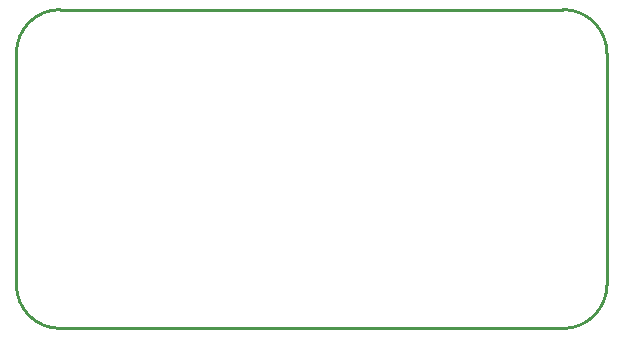
<source format=gko>
G04 Layer: BoardOutline*
G04 EasyEDA v6.4.20.6, 2021-08-21T12:51:08+02:00*
G04 49faa743f6f2471693ae6abc579f8785,21b141c4020943fdbba11dee5124b23b,10*
G04 Gerber Generator version 0.2*
G04 Scale: 100 percent, Rotated: No, Reflected: No *
G04 Dimensions in millimeters *
G04 leading zeros omitted , absolute positions ,4 integer and 5 decimal *
%FSLAX45Y45*%
%MOMM*%

%ADD10C,0.2540*%
D10*
X1369999Y12871599D02*
G01*
X5629998Y12871599D01*
X1000000Y10541599D02*
G01*
X1000000Y12501600D01*
X5629998Y10171600D02*
G01*
X1369999Y10171600D01*
X6000000Y12501600D02*
G01*
X6000000Y10541599D01*
G75*
G01*
X5629999Y12871600D02*
G02*
X6000001Y12501601I2J-369999D01*
G75*
G01*
X6000001Y10541599D02*
G02*
X5629999Y10171600I-370000J0D01*
G75*
G01*
X1370000Y10171600D02*
G02*
X1000001Y10541599I0J369999D01*
G75*
G01*
X1000001Y12501601D02*
G02*
X1370000Y12871600I369999J0D01*

%LPD*%
M02*

</source>
